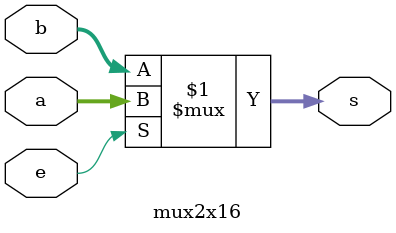
<source format=v>
module mux2x16(a,b,e,s);
    input [3:0] a; // probar con 16 bits
    input [3:0] b;
    input  e;
    output [3:0] s;

    assign s = e ? a : b;

endmodule

</source>
